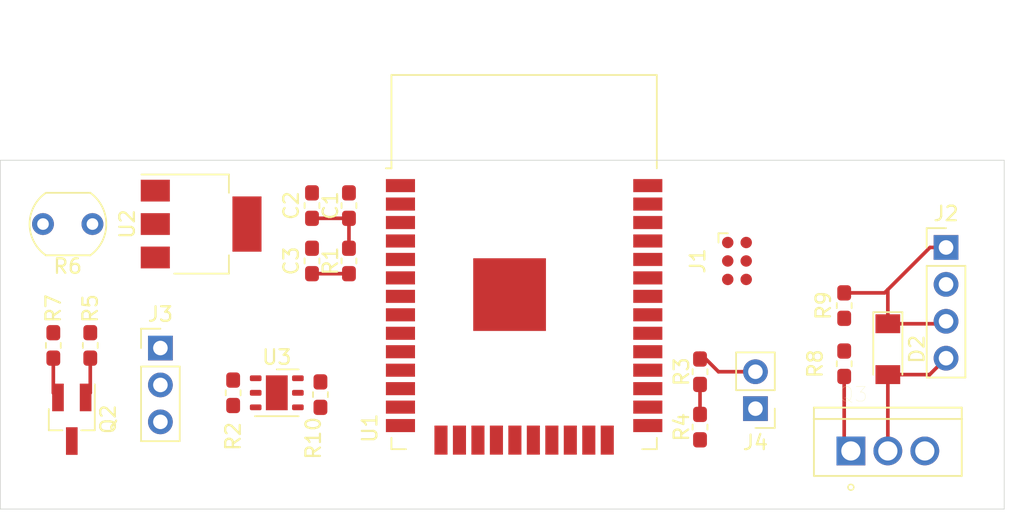
<source format=kicad_pcb>
(kicad_pcb (version 20171130) (host pcbnew "(5.1.5)-3")

  (general
    (thickness 1.6)
    (drawings 4)
    (tracks 24)
    (zones 0)
    (modules 23)
    (nets 45)
  )

  (page A4)
  (layers
    (0 F.Cu signal)
    (31 B.Cu signal)
    (32 B.Adhes user)
    (33 F.Adhes user)
    (34 B.Paste user)
    (35 F.Paste user)
    (36 B.SilkS user)
    (37 F.SilkS user)
    (38 B.Mask user)
    (39 F.Mask user)
    (40 Dwgs.User user)
    (41 Cmts.User user)
    (42 Eco1.User user)
    (43 Eco2.User user)
    (44 Edge.Cuts user)
    (45 Margin user)
    (46 B.CrtYd user)
    (47 F.CrtYd user)
    (48 B.Fab user)
    (49 F.Fab user)
  )

  (setup
    (last_trace_width 0.25)
    (trace_clearance 0.2)
    (zone_clearance 0.508)
    (zone_45_only no)
    (trace_min 0.2)
    (via_size 0.8)
    (via_drill 0.4)
    (via_min_size 0.4)
    (via_min_drill 0.3)
    (uvia_size 0.3)
    (uvia_drill 0.1)
    (uvias_allowed no)
    (uvia_min_size 0.2)
    (uvia_min_drill 0.1)
    (edge_width 0.05)
    (segment_width 0.2)
    (pcb_text_width 0.3)
    (pcb_text_size 1.5 1.5)
    (mod_edge_width 0.12)
    (mod_text_size 1 1)
    (mod_text_width 0.15)
    (pad_size 1.524 1.524)
    (pad_drill 0.762)
    (pad_to_mask_clearance 0.051)
    (solder_mask_min_width 0.25)
    (aux_axis_origin 0 0)
    (visible_elements 7FFFFFFF)
    (pcbplotparams
      (layerselection 0x010fc_ffffffff)
      (usegerberextensions false)
      (usegerberattributes false)
      (usegerberadvancedattributes false)
      (creategerberjobfile false)
      (excludeedgelayer true)
      (linewidth 0.100000)
      (plotframeref false)
      (viasonmask false)
      (mode 1)
      (useauxorigin false)
      (hpglpennumber 1)
      (hpglpenspeed 20)
      (hpglpendiameter 15.000000)
      (psnegative false)
      (psa4output false)
      (plotreference true)
      (plotvalue true)
      (plotinvisibletext false)
      (padsonsilk false)
      (subtractmaskfromsilk false)
      (outputformat 1)
      (mirror false)
      (drillshape 1)
      (scaleselection 1)
      (outputdirectory ""))
  )

  (net 0 "")
  (net 1 GNDREF)
  (net 2 "Net-(U1-Pad37)")
  (net 3 "Net-(U1-Pad32)")
  (net 4 "Net-(U1-Pad31)")
  (net 5 "Net-(U1-Pad30)")
  (net 6 "Net-(U1-Pad29)")
  (net 7 "Net-(U1-Pad28)")
  (net 8 "Net-(U1-Pad27)")
  (net 9 "Net-(U1-Pad26)")
  (net 10 "Net-(U1-Pad24)")
  (net 11 "Net-(U1-Pad23)")
  (net 12 "Net-(U1-Pad22)")
  (net 13 "Net-(U1-Pad21)")
  (net 14 "Net-(U1-Pad20)")
  (net 15 "Net-(U1-Pad19)")
  (net 16 "Net-(U1-Pad18)")
  (net 17 "Net-(U1-Pad17)")
  (net 18 "Net-(U1-Pad16)")
  (net 19 "Net-(U1-Pad14)")
  (net 20 "Net-(U1-Pad13)")
  (net 21 "Net-(U1-Pad11)")
  (net 22 "Net-(U1-Pad10)")
  (net 23 "Net-(U1-Pad5)")
  (net 24 "Net-(U1-Pad4)")
  (net 25 +3V3)
  (net 26 RX0)
  (net 27 TX0)
  (net 28 "Net-(J3-Pad3)")
  (net 29 SOIL_ANALOG)
  (net 30 +BATT)
  (net 31 "Net-(Q2-Pad1)")
  (net 32 BATT_ANALOG)
  (net 33 AMBL_ANALOG)
  (net 34 EN)
  (net 35 IO0)
  (net 36 PUMP-)
  (net 37 PUMP+)
  (net 38 Pump_En)
  (net 39 SENSOR_EN)
  (net 40 "Net-(U3-Pad7)")
  (net 41 SCL)
  (net 42 "Net-(U3-Pad4)")
  (net 43 "Net-(U3-Pad3)")
  (net 44 SDA)

  (net_class Default "This is the default net class."
    (clearance 0.2)
    (trace_width 0.25)
    (via_dia 0.8)
    (via_drill 0.4)
    (uvia_dia 0.3)
    (uvia_drill 0.1)
    (add_net +3V3)
    (add_net +BATT)
    (add_net AMBL_ANALOG)
    (add_net BATT_ANALOG)
    (add_net EN)
    (add_net GNDREF)
    (add_net IO0)
    (add_net "Net-(J3-Pad3)")
    (add_net "Net-(Q2-Pad1)")
    (add_net "Net-(U1-Pad10)")
    (add_net "Net-(U1-Pad11)")
    (add_net "Net-(U1-Pad13)")
    (add_net "Net-(U1-Pad14)")
    (add_net "Net-(U1-Pad16)")
    (add_net "Net-(U1-Pad17)")
    (add_net "Net-(U1-Pad18)")
    (add_net "Net-(U1-Pad19)")
    (add_net "Net-(U1-Pad20)")
    (add_net "Net-(U1-Pad21)")
    (add_net "Net-(U1-Pad22)")
    (add_net "Net-(U1-Pad23)")
    (add_net "Net-(U1-Pad24)")
    (add_net "Net-(U1-Pad26)")
    (add_net "Net-(U1-Pad27)")
    (add_net "Net-(U1-Pad28)")
    (add_net "Net-(U1-Pad29)")
    (add_net "Net-(U1-Pad30)")
    (add_net "Net-(U1-Pad31)")
    (add_net "Net-(U1-Pad32)")
    (add_net "Net-(U1-Pad37)")
    (add_net "Net-(U1-Pad4)")
    (add_net "Net-(U1-Pad5)")
    (add_net "Net-(U3-Pad3)")
    (add_net "Net-(U3-Pad4)")
    (add_net "Net-(U3-Pad7)")
    (add_net PUMP+)
    (add_net PUMP-)
    (add_net Pump_En)
    (add_net RX0)
    (add_net SCL)
    (add_net SDA)
    (add_net SENSOR_EN)
    (add_net SOIL_ANALOG)
    (add_net TX0)
  )

  (module Resistor_SMD:R_0603_1608Metric_Pad1.05x0.95mm_HandSolder (layer F.Cu) (tedit 5B301BBD) (tstamp 5E567AAD)
    (at 59 84.125 90)
    (descr "Resistor SMD 0603 (1608 Metric), square (rectangular) end terminal, IPC_7351 nominal with elongated pad for handsoldering. (Body size source: http://www.tortai-tech.com/upload/download/2011102023233369053.pdf), generated with kicad-footprint-generator")
    (tags "resistor handsolder")
    (path /5E588F91)
    (attr smd)
    (fp_text reference R10 (at -3 -0.49 90) (layer F.SilkS)
      (effects (font (size 1 1) (thickness 0.15)))
    )
    (fp_text value 4.7K (at 0 1.43 90) (layer F.Fab)
      (effects (font (size 1 1) (thickness 0.15)))
    )
    (fp_text user %R (at 0 0 90) (layer F.Fab)
      (effects (font (size 0.4 0.4) (thickness 0.06)))
    )
    (fp_line (start 1.65 0.73) (end -1.65 0.73) (layer F.CrtYd) (width 0.05))
    (fp_line (start 1.65 -0.73) (end 1.65 0.73) (layer F.CrtYd) (width 0.05))
    (fp_line (start -1.65 -0.73) (end 1.65 -0.73) (layer F.CrtYd) (width 0.05))
    (fp_line (start -1.65 0.73) (end -1.65 -0.73) (layer F.CrtYd) (width 0.05))
    (fp_line (start -0.171267 0.51) (end 0.171267 0.51) (layer F.SilkS) (width 0.12))
    (fp_line (start -0.171267 -0.51) (end 0.171267 -0.51) (layer F.SilkS) (width 0.12))
    (fp_line (start 0.8 0.4) (end -0.8 0.4) (layer F.Fab) (width 0.1))
    (fp_line (start 0.8 -0.4) (end 0.8 0.4) (layer F.Fab) (width 0.1))
    (fp_line (start -0.8 -0.4) (end 0.8 -0.4) (layer F.Fab) (width 0.1))
    (fp_line (start -0.8 0.4) (end -0.8 -0.4) (layer F.Fab) (width 0.1))
    (pad 2 smd roundrect (at 0.875 0 90) (size 1.05 0.95) (layers F.Cu F.Paste F.Mask) (roundrect_rratio 0.25)
      (net 41 SCL))
    (pad 1 smd roundrect (at -0.875 0 90) (size 1.05 0.95) (layers F.Cu F.Paste F.Mask) (roundrect_rratio 0.25)
      (net 25 +3V3))
    (model ${KISYS3DMOD}/Resistor_SMD.3dshapes/R_0603_1608Metric.wrl
      (at (xyz 0 0 0))
      (scale (xyz 1 1 1))
      (rotate (xyz 0 0 0))
    )
  )

  (module Resistor_SMD:R_0603_1608Metric_Pad1.05x0.95mm_HandSolder (layer F.Cu) (tedit 5B301BBD) (tstamp 5E56799E)
    (at 53 84 270)
    (descr "Resistor SMD 0603 (1608 Metric), square (rectangular) end terminal, IPC_7351 nominal with elongated pad for handsoldering. (Body size source: http://www.tortai-tech.com/upload/download/2011102023233369053.pdf), generated with kicad-footprint-generator")
    (tags "resistor handsolder")
    (path /5E588096)
    (attr smd)
    (fp_text reference R2 (at 3 0 90) (layer F.SilkS)
      (effects (font (size 1 1) (thickness 0.15)))
    )
    (fp_text value 4.7K (at 0 1.43 90) (layer F.Fab) hide
      (effects (font (size 1 1) (thickness 0.15)))
    )
    (fp_text user %R (at 0 0 90) (layer F.Fab)
      (effects (font (size 0.4 0.4) (thickness 0.06)))
    )
    (fp_line (start 1.65 0.73) (end -1.65 0.73) (layer F.CrtYd) (width 0.05))
    (fp_line (start 1.65 -0.73) (end 1.65 0.73) (layer F.CrtYd) (width 0.05))
    (fp_line (start -1.65 -0.73) (end 1.65 -0.73) (layer F.CrtYd) (width 0.05))
    (fp_line (start -1.65 0.73) (end -1.65 -0.73) (layer F.CrtYd) (width 0.05))
    (fp_line (start -0.171267 0.51) (end 0.171267 0.51) (layer F.SilkS) (width 0.12))
    (fp_line (start -0.171267 -0.51) (end 0.171267 -0.51) (layer F.SilkS) (width 0.12))
    (fp_line (start 0.8 0.4) (end -0.8 0.4) (layer F.Fab) (width 0.1))
    (fp_line (start 0.8 -0.4) (end 0.8 0.4) (layer F.Fab) (width 0.1))
    (fp_line (start -0.8 -0.4) (end 0.8 -0.4) (layer F.Fab) (width 0.1))
    (fp_line (start -0.8 0.4) (end -0.8 -0.4) (layer F.Fab) (width 0.1))
    (pad 2 smd roundrect (at 0.875 0 270) (size 1.05 0.95) (layers F.Cu F.Paste F.Mask) (roundrect_rratio 0.25)
      (net 25 +3V3))
    (pad 1 smd roundrect (at -0.875 0 270) (size 1.05 0.95) (layers F.Cu F.Paste F.Mask) (roundrect_rratio 0.25)
      (net 44 SDA))
    (model ${KISYS3DMOD}/Resistor_SMD.3dshapes/R_0603_1608Metric.wrl
      (at (xyz 0 0 0))
      (scale (xyz 1 1 1))
      (rotate (xyz 0 0 0))
    )
  )

  (module Package_DFN_QFN:DFN-6-1EP_3x3mm_P1mm_EP1.5x2.4mm (layer F.Cu) (tedit 5DC5F54E) (tstamp 5E561B02)
    (at 56 84)
    (descr "DFN, 6 Pin (https://www.silabs.com/documents/public/data-sheets/Si7020-A20.pdf), generated with kicad-footprint-generator ipc_noLead_generator.py")
    (tags "DFN NoLead")
    (path /5E563C10)
    (attr smd)
    (fp_text reference U3 (at 0 -2.45) (layer F.SilkS)
      (effects (font (size 1 1) (thickness 0.15)))
    )
    (fp_text value Si7021-A20 (at 0 2.45) (layer F.Fab)
      (effects (font (size 1 1) (thickness 0.15)))
    )
    (fp_text user %R (at 0 0) (layer F.Fab)
      (effects (font (size 0.75 0.75) (thickness 0.11)))
    )
    (fp_line (start 2.1 -1.75) (end -2.1 -1.75) (layer F.CrtYd) (width 0.05))
    (fp_line (start 2.1 1.75) (end 2.1 -1.75) (layer F.CrtYd) (width 0.05))
    (fp_line (start -2.1 1.75) (end 2.1 1.75) (layer F.CrtYd) (width 0.05))
    (fp_line (start -2.1 -1.75) (end -2.1 1.75) (layer F.CrtYd) (width 0.05))
    (fp_line (start -1.5 -0.75) (end -0.75 -1.5) (layer F.Fab) (width 0.1))
    (fp_line (start -1.5 1.5) (end -1.5 -0.75) (layer F.Fab) (width 0.1))
    (fp_line (start 1.5 1.5) (end -1.5 1.5) (layer F.Fab) (width 0.1))
    (fp_line (start 1.5 -1.5) (end 1.5 1.5) (layer F.Fab) (width 0.1))
    (fp_line (start -0.75 -1.5) (end 1.5 -1.5) (layer F.Fab) (width 0.1))
    (fp_line (start -1.5 1.61) (end 1.5 1.61) (layer F.SilkS) (width 0.12))
    (fp_line (start 0 -1.61) (end 1.5 -1.61) (layer F.SilkS) (width 0.12))
    (pad "" smd roundrect (at 0.375 0.6) (size 0.6 0.97) (layers F.Paste) (roundrect_rratio 0.25))
    (pad "" smd roundrect (at 0.375 -0.6) (size 0.6 0.97) (layers F.Paste) (roundrect_rratio 0.25))
    (pad "" smd roundrect (at -0.375 0.6) (size 0.6 0.97) (layers F.Paste) (roundrect_rratio 0.25))
    (pad "" smd roundrect (at -0.375 -0.6) (size 0.6 0.97) (layers F.Paste) (roundrect_rratio 0.25))
    (pad 7 smd rect (at 0 0) (size 1.5 2.4) (layers F.Cu F.Mask)
      (net 40 "Net-(U3-Pad7)"))
    (pad 6 smd roundrect (at 1.45 -1) (size 0.8 0.4) (layers F.Cu F.Paste F.Mask) (roundrect_rratio 0.25)
      (net 41 SCL))
    (pad 5 smd roundrect (at 1.45 0) (size 0.8 0.4) (layers F.Cu F.Paste F.Mask) (roundrect_rratio 0.25)
      (net 25 +3V3))
    (pad 4 smd roundrect (at 1.45 1) (size 0.8 0.4) (layers F.Cu F.Paste F.Mask) (roundrect_rratio 0.25)
      (net 42 "Net-(U3-Pad4)"))
    (pad 3 smd roundrect (at -1.45 1) (size 0.8 0.4) (layers F.Cu F.Paste F.Mask) (roundrect_rratio 0.25)
      (net 43 "Net-(U3-Pad3)"))
    (pad 2 smd roundrect (at -1.45 0) (size 0.8 0.4) (layers F.Cu F.Paste F.Mask) (roundrect_rratio 0.25)
      (net 1 GNDREF))
    (pad 1 smd roundrect (at -1.45 -1) (size 0.8 0.4) (layers F.Cu F.Paste F.Mask) (roundrect_rratio 0.25)
      (net 44 SDA))
    (model ${KISYS3DMOD}/Package_DFN_QFN.3dshapes/DFN-6-1EP_3x3mm_P1mm_EP1.5x2.4mm.wrl
      (at (xyz 0 0 0))
      (scale (xyz 1 1 1))
      (rotate (xyz 0 0 0))
    )
  )

  (module Diode_SMD:D_MiniMELF (layer F.Cu) (tedit 5905D8F5) (tstamp 5E56B4A3)
    (at 98 81 270)
    (descr "Diode Mini-MELF")
    (tags "Diode Mini-MELF")
    (path /5E61A832)
    (attr smd)
    (fp_text reference D2 (at 0 -2 90) (layer F.SilkS)
      (effects (font (size 1 1) (thickness 0.15)))
    )
    (fp_text value LL4148 (at 0 1.75 90) (layer F.Fab)
      (effects (font (size 1 1) (thickness 0.15)))
    )
    (fp_line (start -2.65 1.1) (end -2.65 -1.1) (layer F.CrtYd) (width 0.05))
    (fp_line (start 2.65 1.1) (end -2.65 1.1) (layer F.CrtYd) (width 0.05))
    (fp_line (start 2.65 -1.1) (end 2.65 1.1) (layer F.CrtYd) (width 0.05))
    (fp_line (start -2.65 -1.1) (end 2.65 -1.1) (layer F.CrtYd) (width 0.05))
    (fp_line (start -0.75 0) (end -0.35 0) (layer F.Fab) (width 0.1))
    (fp_line (start -0.35 0) (end -0.35 -0.55) (layer F.Fab) (width 0.1))
    (fp_line (start -0.35 0) (end -0.35 0.55) (layer F.Fab) (width 0.1))
    (fp_line (start -0.35 0) (end 0.25 -0.4) (layer F.Fab) (width 0.1))
    (fp_line (start 0.25 -0.4) (end 0.25 0.4) (layer F.Fab) (width 0.1))
    (fp_line (start 0.25 0.4) (end -0.35 0) (layer F.Fab) (width 0.1))
    (fp_line (start 0.25 0) (end 0.75 0) (layer F.Fab) (width 0.1))
    (fp_line (start -1.65 -0.8) (end 1.65 -0.8) (layer F.Fab) (width 0.1))
    (fp_line (start -1.65 0.8) (end -1.65 -0.8) (layer F.Fab) (width 0.1))
    (fp_line (start 1.65 0.8) (end -1.65 0.8) (layer F.Fab) (width 0.1))
    (fp_line (start 1.65 -0.8) (end 1.65 0.8) (layer F.Fab) (width 0.1))
    (fp_line (start -2.55 1) (end 1.75 1) (layer F.SilkS) (width 0.12))
    (fp_line (start -2.55 -1) (end -2.55 1) (layer F.SilkS) (width 0.12))
    (fp_line (start 1.75 -1) (end -2.55 -1) (layer F.SilkS) (width 0.12))
    (fp_text user %R (at 0 -2 90) (layer F.Fab)
      (effects (font (size 1 1) (thickness 0.15)))
    )
    (pad 2 smd rect (at 1.75 0 270) (size 1.3 1.7) (layers F.Cu F.Paste F.Mask)
      (net 36 PUMP-))
    (pad 1 smd rect (at -1.75 0 270) (size 1.3 1.7) (layers F.Cu F.Paste F.Mask)
      (net 37 PUMP+))
    (model ${KISYS3DMOD}/Diode_SMD.3dshapes/D_MiniMELF.wrl
      (at (xyz 0 0 0))
      (scale (xyz 1 1 1))
      (rotate (xyz 0 0 0))
    )
  )

  (module RFP30N06LE:TRANS_RFP30N06LE (layer F.Cu) (tedit 5E55F638) (tstamp 5E56ACC4)
    (at 98 88)
    (path /5E587B96)
    (fp_text reference Q3 (at -2.368715 -3.891095) (layer F.SilkS)
      (effects (font (size 1.001567 1.001567) (thickness 0.015)))
    )
    (fp_text value "Pump Driver" (at 4.82784 3.67093) (layer F.Fab)
      (effects (font (size 1.001622 1.001622) (thickness 0.015)))
    )
    (fp_line (start -5.1 -2.2) (end 5.1 -2.2) (layer F.SilkS) (width 0.127))
    (fp_circle (center -2.54 2.5) (end -2.34 2.5) (layer F.SilkS) (width 0.1))
    (fp_line (start -5.29 2) (end -5.29 -3.23) (layer F.CrtYd) (width 0.05))
    (fp_line (start 5.46 2) (end -5.29 2) (layer F.CrtYd) (width 0.05))
    (fp_line (start 5.46 -3.23) (end 5.46 2) (layer F.CrtYd) (width 0.05))
    (fp_line (start -5.29 -3.23) (end 5.46 -3.23) (layer F.CrtYd) (width 0.05))
    (fp_line (start -5.08 -2.98) (end -5.08 1.72) (layer F.SilkS) (width 0.127))
    (fp_line (start 5.08 -2.98) (end -5.08 -2.98) (layer F.SilkS) (width 0.127))
    (fp_line (start 5.08 1.72) (end 5.08 -2.98) (layer F.SilkS) (width 0.127))
    (fp_line (start -5.08 1.72) (end 5.08 1.72) (layer F.SilkS) (width 0.127))
    (pad 3 thru_hole circle (at 2.54 0) (size 1.98 1.98) (drill 1.32) (layers *.Cu *.Mask)
      (net 1 GNDREF))
    (pad 2 thru_hole circle (at 0 0) (size 1.98 1.98) (drill 1.32) (layers *.Cu *.Mask)
      (net 36 PUMP-))
    (pad 1 thru_hole rect (at -2.54 0) (size 1.98 1.98) (drill 1.32) (layers *.Cu *.Mask)
      (net 38 Pump_En))
  )

  (module Resistor_SMD:R_0603_1608Metric_Pad1.05x0.95mm_HandSolder (layer F.Cu) (tedit 5B301BBD) (tstamp 5E56504B)
    (at 95 78 90)
    (descr "Resistor SMD 0603 (1608 Metric), square (rectangular) end terminal, IPC_7351 nominal with elongated pad for handsoldering. (Body size source: http://www.tortai-tech.com/upload/download/2011102023233369053.pdf), generated with kicad-footprint-generator")
    (tags "resistor handsolder")
    (path /5E607B1B)
    (attr smd)
    (fp_text reference R9 (at 0 -1.43 90) (layer F.SilkS)
      (effects (font (size 1 1) (thickness 0.15)))
    )
    (fp_text value 0 (at 0 1.43 90) (layer F.Fab) hide
      (effects (font (size 1 1) (thickness 0.15)))
    )
    (fp_line (start -0.8 0.4) (end -0.8 -0.4) (layer F.Fab) (width 0.1))
    (fp_line (start -0.8 -0.4) (end 0.8 -0.4) (layer F.Fab) (width 0.1))
    (fp_line (start 0.8 -0.4) (end 0.8 0.4) (layer F.Fab) (width 0.1))
    (fp_line (start 0.8 0.4) (end -0.8 0.4) (layer F.Fab) (width 0.1))
    (fp_line (start -0.171267 -0.51) (end 0.171267 -0.51) (layer F.SilkS) (width 0.12))
    (fp_line (start -0.171267 0.51) (end 0.171267 0.51) (layer F.SilkS) (width 0.12))
    (fp_line (start -1.65 0.73) (end -1.65 -0.73) (layer F.CrtYd) (width 0.05))
    (fp_line (start -1.65 -0.73) (end 1.65 -0.73) (layer F.CrtYd) (width 0.05))
    (fp_line (start 1.65 -0.73) (end 1.65 0.73) (layer F.CrtYd) (width 0.05))
    (fp_line (start 1.65 0.73) (end -1.65 0.73) (layer F.CrtYd) (width 0.05))
    (fp_text user %R (at 0 0 90) (layer F.Fab)
      (effects (font (size 0.4 0.4) (thickness 0.06)))
    )
    (pad 1 smd roundrect (at -0.875 0 90) (size 1.05 0.95) (layers F.Cu F.Paste F.Mask) (roundrect_rratio 0.25)
      (net 30 +BATT))
    (pad 2 smd roundrect (at 0.875 0 90) (size 1.05 0.95) (layers F.Cu F.Paste F.Mask) (roundrect_rratio 0.25)
      (net 37 PUMP+))
    (model ${KISYS3DMOD}/Resistor_SMD.3dshapes/R_0603_1608Metric.wrl
      (at (xyz 0 0 0))
      (scale (xyz 1 1 1))
      (rotate (xyz 0 0 0))
    )
  )

  (module Resistor_SMD:R_0603_1608Metric_Pad1.05x0.95mm_HandSolder (layer F.Cu) (tedit 5B301BBD) (tstamp 5E56503A)
    (at 95 82 270)
    (descr "Resistor SMD 0603 (1608 Metric), square (rectangular) end terminal, IPC_7351 nominal with elongated pad for handsoldering. (Body size source: http://www.tortai-tech.com/upload/download/2011102023233369053.pdf), generated with kicad-footprint-generator")
    (tags "resistor handsolder")
    (path /5E5A5262)
    (attr smd)
    (fp_text reference R8 (at 0 2 90) (layer F.SilkS)
      (effects (font (size 1 1) (thickness 0.15)))
    )
    (fp_text value 1K (at 0 1.43 90) (layer F.Fab) hide
      (effects (font (size 1 1) (thickness 0.15)))
    )
    (fp_line (start -0.8 0.4) (end -0.8 -0.4) (layer F.Fab) (width 0.1))
    (fp_line (start -0.8 -0.4) (end 0.8 -0.4) (layer F.Fab) (width 0.1))
    (fp_line (start 0.8 -0.4) (end 0.8 0.4) (layer F.Fab) (width 0.1))
    (fp_line (start 0.8 0.4) (end -0.8 0.4) (layer F.Fab) (width 0.1))
    (fp_line (start -0.171267 -0.51) (end 0.171267 -0.51) (layer F.SilkS) (width 0.12))
    (fp_line (start -0.171267 0.51) (end 0.171267 0.51) (layer F.SilkS) (width 0.12))
    (fp_line (start -1.65 0.73) (end -1.65 -0.73) (layer F.CrtYd) (width 0.05))
    (fp_line (start -1.65 -0.73) (end 1.65 -0.73) (layer F.CrtYd) (width 0.05))
    (fp_line (start 1.65 -0.73) (end 1.65 0.73) (layer F.CrtYd) (width 0.05))
    (fp_line (start 1.65 0.73) (end -1.65 0.73) (layer F.CrtYd) (width 0.05))
    (fp_text user %R (at 0 0 90) (layer F.Fab)
      (effects (font (size 0.4 0.4) (thickness 0.06)))
    )
    (pad 1 smd roundrect (at -0.875 0 270) (size 1.05 0.95) (layers F.Cu F.Paste F.Mask) (roundrect_rratio 0.25)
      (net 1 GNDREF))
    (pad 2 smd roundrect (at 0.875 0 270) (size 1.05 0.95) (layers F.Cu F.Paste F.Mask) (roundrect_rratio 0.25)
      (net 38 Pump_En))
    (model ${KISYS3DMOD}/Resistor_SMD.3dshapes/R_0603_1608Metric.wrl
      (at (xyz 0 0 0))
      (scale (xyz 1 1 1))
      (rotate (xyz 0 0 0))
    )
  )

  (module Connector_PinHeader_2.54mm:PinHeader_1x04_P2.54mm_Vertical (layer F.Cu) (tedit 59FED5CC) (tstamp 5E564E85)
    (at 102 74)
    (descr "Through hole straight pin header, 1x04, 2.54mm pitch, single row")
    (tags "Through hole pin header THT 1x04 2.54mm single row")
    (path /5E5B5999)
    (fp_text reference J2 (at 0 -2.33) (layer F.SilkS)
      (effects (font (size 1 1) (thickness 0.15)))
    )
    (fp_text value PUMP (at 0 9.95) (layer F.Fab)
      (effects (font (size 1 1) (thickness 0.15)))
    )
    (fp_text user %R (at 0 3.81 90) (layer F.Fab)
      (effects (font (size 1 1) (thickness 0.15)))
    )
    (fp_line (start 1.8 -1.8) (end -1.8 -1.8) (layer F.CrtYd) (width 0.05))
    (fp_line (start 1.8 9.4) (end 1.8 -1.8) (layer F.CrtYd) (width 0.05))
    (fp_line (start -1.8 9.4) (end 1.8 9.4) (layer F.CrtYd) (width 0.05))
    (fp_line (start -1.8 -1.8) (end -1.8 9.4) (layer F.CrtYd) (width 0.05))
    (fp_line (start -1.33 -1.33) (end 0 -1.33) (layer F.SilkS) (width 0.12))
    (fp_line (start -1.33 0) (end -1.33 -1.33) (layer F.SilkS) (width 0.12))
    (fp_line (start -1.33 1.27) (end 1.33 1.27) (layer F.SilkS) (width 0.12))
    (fp_line (start 1.33 1.27) (end 1.33 8.95) (layer F.SilkS) (width 0.12))
    (fp_line (start -1.33 1.27) (end -1.33 8.95) (layer F.SilkS) (width 0.12))
    (fp_line (start -1.33 8.95) (end 1.33 8.95) (layer F.SilkS) (width 0.12))
    (fp_line (start -1.27 -0.635) (end -0.635 -1.27) (layer F.Fab) (width 0.1))
    (fp_line (start -1.27 8.89) (end -1.27 -0.635) (layer F.Fab) (width 0.1))
    (fp_line (start 1.27 8.89) (end -1.27 8.89) (layer F.Fab) (width 0.1))
    (fp_line (start 1.27 -1.27) (end 1.27 8.89) (layer F.Fab) (width 0.1))
    (fp_line (start -0.635 -1.27) (end 1.27 -1.27) (layer F.Fab) (width 0.1))
    (pad 4 thru_hole oval (at 0 7.62) (size 1.7 1.7) (drill 1) (layers *.Cu *.Mask)
      (net 36 PUMP-))
    (pad 3 thru_hole oval (at 0 5.08) (size 1.7 1.7) (drill 1) (layers *.Cu *.Mask)
      (net 37 PUMP+))
    (pad 2 thru_hole oval (at 0 2.54) (size 1.7 1.7) (drill 1) (layers *.Cu *.Mask)
      (net 1 GNDREF))
    (pad 1 thru_hole rect (at 0 0) (size 1.7 1.7) (drill 1) (layers *.Cu *.Mask)
      (net 37 PUMP+))
    (model ${KISYS3DMOD}/Connector_PinHeader_2.54mm.3dshapes/PinHeader_1x04_P2.54mm_Vertical.wrl
      (at (xyz 0 0 0))
      (scale (xyz 1 1 1))
      (rotate (xyz 0 0 0))
    )
  )

  (module Package_TO_SOT_SMD:SOT-223-3_TabPin2 (layer F.Cu) (tedit 5A02FF57) (tstamp 5E55EF3A)
    (at 50.8 72.39)
    (descr "module CMS SOT223 4 pins")
    (tags "CMS SOT")
    (path /5E57EF7B)
    (attr smd)
    (fp_text reference U2 (at -5.08 0 90) (layer F.SilkS)
      (effects (font (size 1 1) (thickness 0.15)))
    )
    (fp_text value LD1117S33TR_SOT223 (at 0 4.5) (layer F.Fab)
      (effects (font (size 1 1) (thickness 0.15)))
    )
    (fp_line (start 1.85 -3.35) (end 1.85 3.35) (layer F.Fab) (width 0.1))
    (fp_line (start -1.85 3.35) (end 1.85 3.35) (layer F.Fab) (width 0.1))
    (fp_line (start -4.1 -3.41) (end 1.91 -3.41) (layer F.SilkS) (width 0.12))
    (fp_line (start -0.85 -3.35) (end 1.85 -3.35) (layer F.Fab) (width 0.1))
    (fp_line (start -1.85 3.41) (end 1.91 3.41) (layer F.SilkS) (width 0.12))
    (fp_line (start -1.85 -2.35) (end -1.85 3.35) (layer F.Fab) (width 0.1))
    (fp_line (start -1.85 -2.35) (end -0.85 -3.35) (layer F.Fab) (width 0.1))
    (fp_line (start -4.4 -3.6) (end -4.4 3.6) (layer F.CrtYd) (width 0.05))
    (fp_line (start -4.4 3.6) (end 4.4 3.6) (layer F.CrtYd) (width 0.05))
    (fp_line (start 4.4 3.6) (end 4.4 -3.6) (layer F.CrtYd) (width 0.05))
    (fp_line (start 4.4 -3.6) (end -4.4 -3.6) (layer F.CrtYd) (width 0.05))
    (fp_line (start 1.91 -3.41) (end 1.91 -2.15) (layer F.SilkS) (width 0.12))
    (fp_line (start 1.91 3.41) (end 1.91 2.15) (layer F.SilkS) (width 0.12))
    (fp_text user %R (at 0 0 90) (layer F.Fab)
      (effects (font (size 0.8 0.8) (thickness 0.12)))
    )
    (pad 1 smd rect (at -3.15 -2.3) (size 2 1.5) (layers F.Cu F.Paste F.Mask)
      (net 1 GNDREF))
    (pad 3 smd rect (at -3.15 2.3) (size 2 1.5) (layers F.Cu F.Paste F.Mask)
      (net 30 +BATT))
    (pad 2 smd rect (at -3.15 0) (size 2 1.5) (layers F.Cu F.Paste F.Mask)
      (net 25 +3V3))
    (pad 2 smd rect (at 3.15 0) (size 2 3.8) (layers F.Cu F.Paste F.Mask)
      (net 25 +3V3))
    (model ${KISYS3DMOD}/Package_TO_SOT_SMD.3dshapes/SOT-223.wrl
      (at (xyz 0 0 0))
      (scale (xyz 1 1 1))
      (rotate (xyz 0 0 0))
    )
  )

  (module Resistor_SMD:R_0603_1608Metric_Pad1.05x0.95mm_HandSolder (layer F.Cu) (tedit 5B301BBD) (tstamp 5E555E94)
    (at 40.64 80.74 270)
    (descr "Resistor SMD 0603 (1608 Metric), square (rectangular) end terminal, IPC_7351 nominal with elongated pad for handsoldering. (Body size source: http://www.tortai-tech.com/upload/download/2011102023233369053.pdf), generated with kicad-footprint-generator")
    (tags "resistor handsolder")
    (path /5E59F0C1)
    (attr smd)
    (fp_text reference R7 (at -2.54 0 90) (layer F.SilkS)
      (effects (font (size 1 1) (thickness 0.15)))
    )
    (fp_text value 100K (at 0 1.43 90) (layer F.Fab) hide
      (effects (font (size 1 1) (thickness 0.15)))
    )
    (fp_text user %R (at 0 0 90) (layer F.Fab)
      (effects (font (size 0.4 0.4) (thickness 0.06)))
    )
    (fp_line (start 1.65 0.73) (end -1.65 0.73) (layer F.CrtYd) (width 0.05))
    (fp_line (start 1.65 -0.73) (end 1.65 0.73) (layer F.CrtYd) (width 0.05))
    (fp_line (start -1.65 -0.73) (end 1.65 -0.73) (layer F.CrtYd) (width 0.05))
    (fp_line (start -1.65 0.73) (end -1.65 -0.73) (layer F.CrtYd) (width 0.05))
    (fp_line (start -0.171267 0.51) (end 0.171267 0.51) (layer F.SilkS) (width 0.12))
    (fp_line (start -0.171267 -0.51) (end 0.171267 -0.51) (layer F.SilkS) (width 0.12))
    (fp_line (start 0.8 0.4) (end -0.8 0.4) (layer F.Fab) (width 0.1))
    (fp_line (start 0.8 -0.4) (end 0.8 0.4) (layer F.Fab) (width 0.1))
    (fp_line (start -0.8 -0.4) (end 0.8 -0.4) (layer F.Fab) (width 0.1))
    (fp_line (start -0.8 0.4) (end -0.8 -0.4) (layer F.Fab) (width 0.1))
    (pad 2 smd roundrect (at 0.875 0 270) (size 1.05 0.95) (layers F.Cu F.Paste F.Mask) (roundrect_rratio 0.25)
      (net 28 "Net-(J3-Pad3)"))
    (pad 1 smd roundrect (at -0.875 0 270) (size 1.05 0.95) (layers F.Cu F.Paste F.Mask) (roundrect_rratio 0.25)
      (net 33 AMBL_ANALOG))
    (model ${KISYS3DMOD}/Resistor_SMD.3dshapes/R_0603_1608Metric.wrl
      (at (xyz 0 0 0))
      (scale (xyz 1 1 1))
      (rotate (xyz 0 0 0))
    )
  )

  (module OptoDevice:R_LDR_5.1x4.3mm_P3.4mm_Vertical (layer F.Cu) (tedit 5B8603DB) (tstamp 5E555720)
    (at 43.33 72.39 180)
    (descr "Resistor, LDR 5.1x3.4mm, see http://yourduino.com/docs/Photoresistor-5516-datasheet.pdf")
    (tags "Resistor LDR5.1x3.4mm")
    (path /5E59E542)
    (fp_text reference R6 (at 1.7 -2.9) (layer F.SilkS)
      (effects (font (size 1 1) (thickness 0.15)))
    )
    (fp_text value R_PHOTO (at 1.5 3) (layer F.Fab)
      (effects (font (size 1 1) (thickness 0.15)))
    )
    (fp_arc (start 1.7 0) (end 0.2 2.1) (angle 109) (layer F.Fab) (width 0.1))
    (fp_arc (start 1.7 0) (end 3.2 -2.1) (angle 109) (layer F.Fab) (width 0.1))
    (fp_arc (start 1.7 0) (end 3.2 -2.15) (angle 109) (layer F.SilkS) (width 0.12))
    (fp_arc (start 1.7 0) (end 0.15 2.15) (angle 109) (layer F.SilkS) (width 0.12))
    (fp_line (start 4.53 2.35) (end -1.13 2.35) (layer F.CrtYd) (width 0.05))
    (fp_line (start 4.53 2.35) (end 4.53 -2.35) (layer F.CrtYd) (width 0.05))
    (fp_line (start -1.13 -2.35) (end -1.13 2.35) (layer F.CrtYd) (width 0.05))
    (fp_line (start -1.13 -2.35) (end 4.53 -2.35) (layer F.CrtYd) (width 0.05))
    (fp_line (start 0.2 -2.1) (end 3.2 -2.1) (layer F.Fab) (width 0.1))
    (fp_line (start 3.2 2.1) (end 0.2 2.1) (layer F.Fab) (width 0.1))
    (fp_line (start 0.8 1.8) (end 2.6 1.8) (layer F.Fab) (width 0.1))
    (fp_line (start 0.8 1.2) (end 0.8 1.8) (layer F.Fab) (width 0.1))
    (fp_line (start 2.6 1.2) (end 0.8 1.2) (layer F.Fab) (width 0.1))
    (fp_line (start 2.6 0.6) (end 2.6 1.2) (layer F.Fab) (width 0.1))
    (fp_line (start 1 0) (end 1 0.6) (layer F.Fab) (width 0.1))
    (fp_line (start 0.8 -1.2) (end 0.8 -0.6) (layer F.Fab) (width 0.1))
    (fp_line (start 2.6 -1.2) (end 0.8 -1.2) (layer F.Fab) (width 0.1))
    (fp_line (start 2.6 -1.8) (end 2.6 -1.2) (layer F.Fab) (width 0.1))
    (fp_line (start 0.8 -1.8) (end 2.6 -1.8) (layer F.Fab) (width 0.1))
    (fp_line (start 2.6 0.6) (end 1 0.6) (layer F.Fab) (width 0.1))
    (fp_line (start 2.3 -0.6) (end 0.8 -0.6) (layer F.Fab) (width 0.1))
    (fp_line (start 2.3 0) (end 2.3 -0.6) (layer F.Fab) (width 0.1))
    (fp_line (start 1 0) (end 2.3 0) (layer F.Fab) (width 0.1))
    (fp_line (start 0.15 -2.15) (end 3.2 -2.15) (layer F.SilkS) (width 0.12))
    (fp_line (start 0.15 2.15) (end 3.2 2.15) (layer F.SilkS) (width 0.12))
    (fp_text user %R (at 1.7 -2.9) (layer F.Fab) hide
      (effects (font (size 1 1) (thickness 0.15)))
    )
    (pad 2 thru_hole circle (at 3.4 0 180) (size 1.5 1.5) (drill 0.8) (layers *.Cu *.Mask)
      (net 33 AMBL_ANALOG))
    (pad 1 thru_hole circle (at 0 0 180) (size 1.5 1.5) (drill 0.8) (layers *.Cu *.Mask)
      (net 25 +3V3))
    (model ${KISYS3DMOD}/OptoDevice.3dshapes/R_LDR_5.1x4.3mm_P3.4mm_Vertical.wrl
      (at (xyz 0 0 0))
      (scale (xyz 1 1 1))
      (rotate (xyz 0 0 0))
    )
  )

  (module Resistor_SMD:R_0603_1608Metric_Pad1.05x0.95mm_HandSolder (layer F.Cu) (tedit 5B301BBD) (tstamp 5E555700)
    (at 43.18 80.74 90)
    (descr "Resistor SMD 0603 (1608 Metric), square (rectangular) end terminal, IPC_7351 nominal with elongated pad for handsoldering. (Body size source: http://www.tortai-tech.com/upload/download/2011102023233369053.pdf), generated with kicad-footprint-generator")
    (tags "resistor handsolder")
    (path /5E5A48AA)
    (attr smd)
    (fp_text reference R5 (at 2.54 0 90) (layer F.SilkS)
      (effects (font (size 1 1) (thickness 0.15)))
    )
    (fp_text value 1K (at 0 1.43 90) (layer F.Fab) hide
      (effects (font (size 1 1) (thickness 0.15)))
    )
    (fp_text user %R (at 0 0 90) (layer F.Fab)
      (effects (font (size 0.4 0.4) (thickness 0.06)))
    )
    (fp_line (start 1.65 0.73) (end -1.65 0.73) (layer F.CrtYd) (width 0.05))
    (fp_line (start 1.65 -0.73) (end 1.65 0.73) (layer F.CrtYd) (width 0.05))
    (fp_line (start -1.65 -0.73) (end 1.65 -0.73) (layer F.CrtYd) (width 0.05))
    (fp_line (start -1.65 0.73) (end -1.65 -0.73) (layer F.CrtYd) (width 0.05))
    (fp_line (start -0.171267 0.51) (end 0.171267 0.51) (layer F.SilkS) (width 0.12))
    (fp_line (start -0.171267 -0.51) (end 0.171267 -0.51) (layer F.SilkS) (width 0.12))
    (fp_line (start 0.8 0.4) (end -0.8 0.4) (layer F.Fab) (width 0.1))
    (fp_line (start 0.8 -0.4) (end 0.8 0.4) (layer F.Fab) (width 0.1))
    (fp_line (start -0.8 -0.4) (end 0.8 -0.4) (layer F.Fab) (width 0.1))
    (fp_line (start -0.8 0.4) (end -0.8 -0.4) (layer F.Fab) (width 0.1))
    (pad 2 smd roundrect (at 0.875 0 90) (size 1.05 0.95) (layers F.Cu F.Paste F.Mask) (roundrect_rratio 0.25)
      (net 39 SENSOR_EN))
    (pad 1 smd roundrect (at -0.875 0 90) (size 1.05 0.95) (layers F.Cu F.Paste F.Mask) (roundrect_rratio 0.25)
      (net 31 "Net-(Q2-Pad1)"))
    (model ${KISYS3DMOD}/Resistor_SMD.3dshapes/R_0603_1608Metric.wrl
      (at (xyz 0 0 0))
      (scale (xyz 1 1 1))
      (rotate (xyz 0 0 0))
    )
  )

  (module Resistor_SMD:R_0603_1608Metric_Pad1.05x0.95mm_HandSolder (layer F.Cu) (tedit 5B301BBD) (tstamp 5E5556EF)
    (at 85.09 86.36 270)
    (descr "Resistor SMD 0603 (1608 Metric), square (rectangular) end terminal, IPC_7351 nominal with elongated pad for handsoldering. (Body size source: http://www.tortai-tech.com/upload/download/2011102023233369053.pdf), generated with kicad-footprint-generator")
    (tags "resistor handsolder")
    (path /5E5B17BF)
    (attr smd)
    (fp_text reference R4 (at 0 1.27 90) (layer F.SilkS)
      (effects (font (size 1 1) (thickness 0.15)))
    )
    (fp_text value R (at 0 1.43 90) (layer F.Fab) hide
      (effects (font (size 1 1) (thickness 0.15)))
    )
    (fp_text user %R (at 0 0 90) (layer F.Fab)
      (effects (font (size 0.4 0.4) (thickness 0.06)))
    )
    (fp_line (start 1.65 0.73) (end -1.65 0.73) (layer F.CrtYd) (width 0.05))
    (fp_line (start 1.65 -0.73) (end 1.65 0.73) (layer F.CrtYd) (width 0.05))
    (fp_line (start -1.65 -0.73) (end 1.65 -0.73) (layer F.CrtYd) (width 0.05))
    (fp_line (start -1.65 0.73) (end -1.65 -0.73) (layer F.CrtYd) (width 0.05))
    (fp_line (start -0.171267 0.51) (end 0.171267 0.51) (layer F.SilkS) (width 0.12))
    (fp_line (start -0.171267 -0.51) (end 0.171267 -0.51) (layer F.SilkS) (width 0.12))
    (fp_line (start 0.8 0.4) (end -0.8 0.4) (layer F.Fab) (width 0.1))
    (fp_line (start 0.8 -0.4) (end 0.8 0.4) (layer F.Fab) (width 0.1))
    (fp_line (start -0.8 -0.4) (end 0.8 -0.4) (layer F.Fab) (width 0.1))
    (fp_line (start -0.8 0.4) (end -0.8 -0.4) (layer F.Fab) (width 0.1))
    (pad 2 smd roundrect (at 0.875 0 270) (size 1.05 0.95) (layers F.Cu F.Paste F.Mask) (roundrect_rratio 0.25)
      (net 1 GNDREF))
    (pad 1 smd roundrect (at -0.875 0 270) (size 1.05 0.95) (layers F.Cu F.Paste F.Mask) (roundrect_rratio 0.25)
      (net 32 BATT_ANALOG))
    (model ${KISYS3DMOD}/Resistor_SMD.3dshapes/R_0603_1608Metric.wrl
      (at (xyz 0 0 0))
      (scale (xyz 1 1 1))
      (rotate (xyz 0 0 0))
    )
  )

  (module Resistor_SMD:R_0603_1608Metric_Pad1.05x0.95mm_HandSolder (layer F.Cu) (tedit 5B301BBD) (tstamp 5E5556DE)
    (at 85.09 82.55 270)
    (descr "Resistor SMD 0603 (1608 Metric), square (rectangular) end terminal, IPC_7351 nominal with elongated pad for handsoldering. (Body size source: http://www.tortai-tech.com/upload/download/2011102023233369053.pdf), generated with kicad-footprint-generator")
    (tags "resistor handsolder")
    (path /5E5B0B15)
    (attr smd)
    (fp_text reference R3 (at 0 1.27 90) (layer F.SilkS)
      (effects (font (size 1 1) (thickness 0.15)))
    )
    (fp_text value R (at 0 1.43 90) (layer F.Fab) hide
      (effects (font (size 1 1) (thickness 0.15)))
    )
    (fp_text user %R (at 0 0 90) (layer F.Fab)
      (effects (font (size 0.4 0.4) (thickness 0.06)))
    )
    (fp_line (start 1.65 0.73) (end -1.65 0.73) (layer F.CrtYd) (width 0.05))
    (fp_line (start 1.65 -0.73) (end 1.65 0.73) (layer F.CrtYd) (width 0.05))
    (fp_line (start -1.65 -0.73) (end 1.65 -0.73) (layer F.CrtYd) (width 0.05))
    (fp_line (start -1.65 0.73) (end -1.65 -0.73) (layer F.CrtYd) (width 0.05))
    (fp_line (start -0.171267 0.51) (end 0.171267 0.51) (layer F.SilkS) (width 0.12))
    (fp_line (start -0.171267 -0.51) (end 0.171267 -0.51) (layer F.SilkS) (width 0.12))
    (fp_line (start 0.8 0.4) (end -0.8 0.4) (layer F.Fab) (width 0.1))
    (fp_line (start 0.8 -0.4) (end 0.8 0.4) (layer F.Fab) (width 0.1))
    (fp_line (start -0.8 -0.4) (end 0.8 -0.4) (layer F.Fab) (width 0.1))
    (fp_line (start -0.8 0.4) (end -0.8 -0.4) (layer F.Fab) (width 0.1))
    (pad 2 smd roundrect (at 0.875 0 270) (size 1.05 0.95) (layers F.Cu F.Paste F.Mask) (roundrect_rratio 0.25)
      (net 32 BATT_ANALOG))
    (pad 1 smd roundrect (at -0.875 0 270) (size 1.05 0.95) (layers F.Cu F.Paste F.Mask) (roundrect_rratio 0.25)
      (net 30 +BATT))
    (model ${KISYS3DMOD}/Resistor_SMD.3dshapes/R_0603_1608Metric.wrl
      (at (xyz 0 0 0))
      (scale (xyz 1 1 1))
      (rotate (xyz 0 0 0))
    )
  )

  (module Package_TO_SOT_SMD:SOT-23_Handsoldering (layer F.Cu) (tedit 5A0AB76C) (tstamp 5E55568D)
    (at 41.91 85.82 270)
    (descr "SOT-23, Handsoldering")
    (tags SOT-23)
    (path /5E5A489C)
    (attr smd)
    (fp_text reference Q2 (at 0 -2.5 90) (layer F.SilkS)
      (effects (font (size 1 1) (thickness 0.15)))
    )
    (fp_text value Q_NPN_BCE (at 0 3.19 90) (layer F.Fab) hide
      (effects (font (size 1 1) (thickness 0.15)))
    )
    (fp_line (start 0.76 1.58) (end -0.7 1.58) (layer F.SilkS) (width 0.12))
    (fp_line (start -0.7 1.52) (end 0.7 1.52) (layer F.Fab) (width 0.1))
    (fp_line (start 0.7 -1.52) (end 0.7 1.52) (layer F.Fab) (width 0.1))
    (fp_line (start -0.7 -0.95) (end -0.15 -1.52) (layer F.Fab) (width 0.1))
    (fp_line (start -0.15 -1.52) (end 0.7 -1.52) (layer F.Fab) (width 0.1))
    (fp_line (start -0.7 -0.95) (end -0.7 1.5) (layer F.Fab) (width 0.1))
    (fp_line (start 0.76 -1.58) (end -2.4 -1.58) (layer F.SilkS) (width 0.12))
    (fp_line (start -2.7 1.75) (end -2.7 -1.75) (layer F.CrtYd) (width 0.05))
    (fp_line (start 2.7 1.75) (end -2.7 1.75) (layer F.CrtYd) (width 0.05))
    (fp_line (start 2.7 -1.75) (end 2.7 1.75) (layer F.CrtYd) (width 0.05))
    (fp_line (start -2.7 -1.75) (end 2.7 -1.75) (layer F.CrtYd) (width 0.05))
    (fp_line (start 0.76 -1.58) (end 0.76 -0.65) (layer F.SilkS) (width 0.12))
    (fp_line (start 0.76 1.58) (end 0.76 0.65) (layer F.SilkS) (width 0.12))
    (fp_text user %R (at 0 0) (layer F.Fab)
      (effects (font (size 0.5 0.5) (thickness 0.075)))
    )
    (pad 3 smd rect (at 1.5 0 270) (size 1.9 0.8) (layers F.Cu F.Paste F.Mask)
      (net 1 GNDREF))
    (pad 2 smd rect (at -1.5 0.95 270) (size 1.9 0.8) (layers F.Cu F.Paste F.Mask)
      (net 28 "Net-(J3-Pad3)"))
    (pad 1 smd rect (at -1.5 -0.95 270) (size 1.9 0.8) (layers F.Cu F.Paste F.Mask)
      (net 31 "Net-(Q2-Pad1)"))
    (model ${KISYS3DMOD}/Package_TO_SOT_SMD.3dshapes/SOT-23.wrl
      (at (xyz 0 0 0))
      (scale (xyz 1 1 1))
      (rotate (xyz 0 0 0))
    )
  )

  (module Connector_PinHeader_2.54mm:PinHeader_1x02_P2.54mm_Vertical (layer F.Cu) (tedit 59FED5CC) (tstamp 5E555650)
    (at 88.9 85.09 180)
    (descr "Through hole straight pin header, 1x02, 2.54mm pitch, single row")
    (tags "Through hole pin header THT 1x02 2.54mm single row")
    (path /5E5C5FA9)
    (fp_text reference J4 (at 0 -2.33) (layer F.SilkS)
      (effects (font (size 1 1) (thickness 0.15)))
    )
    (fp_text value Power (at -2.54 1.27 90) (layer F.Fab)
      (effects (font (size 1 1) (thickness 0.15)))
    )
    (fp_text user %R (at 0 1.27 90) (layer F.Fab)
      (effects (font (size 1 1) (thickness 0.15)))
    )
    (fp_line (start 1.8 -1.8) (end -1.8 -1.8) (layer F.CrtYd) (width 0.05))
    (fp_line (start 1.8 4.35) (end 1.8 -1.8) (layer F.CrtYd) (width 0.05))
    (fp_line (start -1.8 4.35) (end 1.8 4.35) (layer F.CrtYd) (width 0.05))
    (fp_line (start -1.8 -1.8) (end -1.8 4.35) (layer F.CrtYd) (width 0.05))
    (fp_line (start -1.33 -1.33) (end 0 -1.33) (layer F.SilkS) (width 0.12))
    (fp_line (start -1.33 0) (end -1.33 -1.33) (layer F.SilkS) (width 0.12))
    (fp_line (start -1.33 1.27) (end 1.33 1.27) (layer F.SilkS) (width 0.12))
    (fp_line (start 1.33 1.27) (end 1.33 3.87) (layer F.SilkS) (width 0.12))
    (fp_line (start -1.33 1.27) (end -1.33 3.87) (layer F.SilkS) (width 0.12))
    (fp_line (start -1.33 3.87) (end 1.33 3.87) (layer F.SilkS) (width 0.12))
    (fp_line (start -1.27 -0.635) (end -0.635 -1.27) (layer F.Fab) (width 0.1))
    (fp_line (start -1.27 3.81) (end -1.27 -0.635) (layer F.Fab) (width 0.1))
    (fp_line (start 1.27 3.81) (end -1.27 3.81) (layer F.Fab) (width 0.1))
    (fp_line (start 1.27 -1.27) (end 1.27 3.81) (layer F.Fab) (width 0.1))
    (fp_line (start -0.635 -1.27) (end 1.27 -1.27) (layer F.Fab) (width 0.1))
    (pad 2 thru_hole oval (at 0 2.54 180) (size 1.7 1.7) (drill 1) (layers *.Cu *.Mask)
      (net 30 +BATT))
    (pad 1 thru_hole rect (at 0 0 180) (size 1.7 1.7) (drill 1) (layers *.Cu *.Mask)
      (net 1 GNDREF))
    (model ${KISYS3DMOD}/Connector_PinHeader_2.54mm.3dshapes/PinHeader_1x02_P2.54mm_Vertical.wrl
      (at (xyz 0 0 0))
      (scale (xyz 1 1 1))
      (rotate (xyz 0 0 0))
    )
  )

  (module Connector_PinHeader_2.54mm:PinHeader_1x03_P2.54mm_Vertical (layer F.Cu) (tedit 59FED5CC) (tstamp 5E55334E)
    (at 48 80.92)
    (descr "Through hole straight pin header, 1x03, 2.54mm pitch, single row")
    (tags "Through hole pin header THT 1x03 2.54mm single row")
    (path /5E5806CC)
    (fp_text reference J3 (at 0 -2.33) (layer F.SilkS)
      (effects (font (size 1 1) (thickness 0.15)))
    )
    (fp_text value "Soil Moisture" (at -2.54 2.54 90) (layer F.Fab)
      (effects (font (size 1 1) (thickness 0.15)))
    )
    (fp_text user %R (at 0 2.54 90) (layer F.Fab)
      (effects (font (size 1 1) (thickness 0.15)))
    )
    (fp_line (start 1.8 -1.8) (end -1.8 -1.8) (layer F.CrtYd) (width 0.05))
    (fp_line (start 1.8 6.85) (end 1.8 -1.8) (layer F.CrtYd) (width 0.05))
    (fp_line (start -1.8 6.85) (end 1.8 6.85) (layer F.CrtYd) (width 0.05))
    (fp_line (start -1.8 -1.8) (end -1.8 6.85) (layer F.CrtYd) (width 0.05))
    (fp_line (start -1.33 -1.33) (end 0 -1.33) (layer F.SilkS) (width 0.12))
    (fp_line (start -1.33 0) (end -1.33 -1.33) (layer F.SilkS) (width 0.12))
    (fp_line (start -1.33 1.27) (end 1.33 1.27) (layer F.SilkS) (width 0.12))
    (fp_line (start 1.33 1.27) (end 1.33 6.41) (layer F.SilkS) (width 0.12))
    (fp_line (start -1.33 1.27) (end -1.33 6.41) (layer F.SilkS) (width 0.12))
    (fp_line (start -1.33 6.41) (end 1.33 6.41) (layer F.SilkS) (width 0.12))
    (fp_line (start -1.27 -0.635) (end -0.635 -1.27) (layer F.Fab) (width 0.1))
    (fp_line (start -1.27 6.35) (end -1.27 -0.635) (layer F.Fab) (width 0.1))
    (fp_line (start 1.27 6.35) (end -1.27 6.35) (layer F.Fab) (width 0.1))
    (fp_line (start 1.27 -1.27) (end 1.27 6.35) (layer F.Fab) (width 0.1))
    (fp_line (start -0.635 -1.27) (end 1.27 -1.27) (layer F.Fab) (width 0.1))
    (pad 3 thru_hole oval (at 0 5.08) (size 1.7 1.7) (drill 1) (layers *.Cu *.Mask)
      (net 28 "Net-(J3-Pad3)"))
    (pad 2 thru_hole oval (at 0 2.54) (size 1.7 1.7) (drill 1) (layers *.Cu *.Mask)
      (net 29 SOIL_ANALOG))
    (pad 1 thru_hole rect (at 0 0) (size 1.7 1.7) (drill 1) (layers *.Cu *.Mask)
      (net 25 +3V3))
    (model ${KISYS3DMOD}/Connector_PinHeader_2.54mm.3dshapes/PinHeader_1x03_P2.54mm_Vertical.wrl
      (at (xyz 0 0 0))
      (scale (xyz 1 1 1))
      (rotate (xyz 0 0 0))
    )
  )

  (module Connector:Tag-Connect_TC2030-IDC-NL_2x03_P1.27mm_Vertical (layer F.Cu) (tedit 5A29CEA9) (tstamp 5E5511C5)
    (at 87.63 74.93 270)
    (descr "Tag-Connect programming header; http://www.tag-connect.com/Materials/TC2030-IDC-NL.pdf")
    (tags "tag connect programming header pogo pins")
    (path /5E5692C3)
    (attr virtual)
    (fp_text reference J1 (at 0 2.7 90) (layer F.SilkS)
      (effects (font (size 1 1) (thickness 0.15)))
    )
    (fp_text value TAG (at 0 -2.54 90) (layer F.Fab)
      (effects (font (size 1 1) (thickness 0.15)))
    )
    (fp_text user KEEPOUT (at 0 0 90) (layer Cmts.User)
      (effects (font (size 0.4 0.4) (thickness 0.07)))
    )
    (fp_line (start 0.635 0.635) (end 1.27 0) (layer Dwgs.User) (width 0.1))
    (fp_line (start 0 0.635) (end 1.27 -0.635) (layer Dwgs.User) (width 0.1))
    (fp_line (start -0.635 0.635) (end 0.635 -0.635) (layer Dwgs.User) (width 0.1))
    (fp_line (start -1.27 0) (end -0.635 -0.635) (layer Dwgs.User) (width 0.1))
    (fp_line (start -1.27 0.635) (end 0 -0.635) (layer Dwgs.User) (width 0.1))
    (fp_line (start -1.27 -0.635) (end 1.27 -0.635) (layer Dwgs.User) (width 0.1))
    (fp_line (start 1.27 -0.635) (end 1.27 0.635) (layer Dwgs.User) (width 0.1))
    (fp_line (start 1.27 0.635) (end -1.27 0.635) (layer Dwgs.User) (width 0.1))
    (fp_line (start -1.27 0.635) (end -1.27 -0.635) (layer Dwgs.User) (width 0.1))
    (fp_text user %R (at 0 0 90) (layer F.Fab)
      (effects (font (size 1 1) (thickness 0.15)))
    )
    (fp_line (start -3.5 -2) (end 3.5 -2) (layer F.CrtYd) (width 0.05))
    (fp_line (start 3.5 -2) (end 3.5 2) (layer F.CrtYd) (width 0.05))
    (fp_line (start 3.5 2) (end -3.5 2) (layer F.CrtYd) (width 0.05))
    (fp_line (start -3.5 2) (end -3.5 -2) (layer F.CrtYd) (width 0.05))
    (fp_line (start -1.27 1.27) (end -1.905 1.27) (layer F.SilkS) (width 0.12))
    (fp_line (start -1.905 1.27) (end -1.905 0.635) (layer F.SilkS) (width 0.12))
    (pad 6 connect circle (at 1.27 -0.635 270) (size 0.7874 0.7874) (layers F.Cu F.Mask)
      (net 35 IO0))
    (pad 5 connect circle (at 1.27 0.635 270) (size 0.7874 0.7874) (layers F.Cu F.Mask)
      (net 26 RX0))
    (pad 4 connect circle (at 0 -0.635 270) (size 0.7874 0.7874) (layers F.Cu F.Mask)
      (net 1 GNDREF))
    (pad 3 connect circle (at 0 0.635 270) (size 0.7874 0.7874) (layers F.Cu F.Mask)
      (net 27 TX0))
    (pad 2 connect circle (at -1.27 -0.635 270) (size 0.7874 0.7874) (layers F.Cu F.Mask)
      (net 25 +3V3))
    (pad 1 connect circle (at -1.27 0.635 270) (size 0.7874 0.7874) (layers F.Cu F.Mask)
      (net 34 EN))
    (pad "" np_thru_hole circle (at -2.54 0 270) (size 0.9906 0.9906) (drill 0.9906) (layers *.Cu *.Mask))
    (pad "" np_thru_hole circle (at 2.54 1.016 270) (size 0.9906 0.9906) (drill 0.9906) (layers *.Cu *.Mask))
    (pad "" np_thru_hole circle (at 2.54 -1.016 270) (size 0.9906 0.9906) (drill 0.9906) (layers *.Cu *.Mask))
  )

  (module RF_Module:ESP32-WROOM-32 (layer F.Cu) (tedit 5B5B4654) (tstamp 5E549FF0)
    (at 73 78)
    (descr "Single 2.4 GHz Wi-Fi and Bluetooth combo chip https://www.espressif.com/sites/default/files/documentation/esp32-wroom-32_datasheet_en.pdf")
    (tags "Single 2.4 GHz Wi-Fi and Bluetooth combo  chip")
    (path /5E50A514)
    (attr smd)
    (fp_text reference U1 (at -10.61 8.43 90) (layer F.SilkS)
      (effects (font (size 1 1) (thickness 0.15)))
    )
    (fp_text value ESP32-WROOM-32 (at 0 11.5) (layer F.Fab)
      (effects (font (size 1 1) (thickness 0.15)))
    )
    (fp_line (start -9.12 -9.445) (end -9.5 -9.445) (layer F.SilkS) (width 0.12))
    (fp_line (start -9.12 -15.865) (end -9.12 -9.445) (layer F.SilkS) (width 0.12))
    (fp_line (start 9.12 -15.865) (end 9.12 -9.445) (layer F.SilkS) (width 0.12))
    (fp_line (start -9.12 -15.865) (end 9.12 -15.865) (layer F.SilkS) (width 0.12))
    (fp_line (start 9.12 9.88) (end 8.12 9.88) (layer F.SilkS) (width 0.12))
    (fp_line (start 9.12 9.1) (end 9.12 9.88) (layer F.SilkS) (width 0.12))
    (fp_line (start -9.12 9.88) (end -8.12 9.88) (layer F.SilkS) (width 0.12))
    (fp_line (start -9.12 9.1) (end -9.12 9.88) (layer F.SilkS) (width 0.12))
    (fp_line (start 8.4 -20.6) (end 8.2 -20.4) (layer Cmts.User) (width 0.1))
    (fp_line (start 8.4 -16) (end 8.4 -20.6) (layer Cmts.User) (width 0.1))
    (fp_line (start 8.4 -20.6) (end 8.6 -20.4) (layer Cmts.User) (width 0.1))
    (fp_line (start 8.4 -16) (end 8.6 -16.2) (layer Cmts.User) (width 0.1))
    (fp_line (start 8.4 -16) (end 8.2 -16.2) (layer Cmts.User) (width 0.1))
    (fp_line (start -9.2 -13.875) (end -9.4 -14.075) (layer Cmts.User) (width 0.1))
    (fp_line (start -13.8 -13.875) (end -9.2 -13.875) (layer Cmts.User) (width 0.1))
    (fp_line (start -9.2 -13.875) (end -9.4 -13.675) (layer Cmts.User) (width 0.1))
    (fp_line (start -13.8 -13.875) (end -13.6 -13.675) (layer Cmts.User) (width 0.1))
    (fp_line (start -13.8 -13.875) (end -13.6 -14.075) (layer Cmts.User) (width 0.1))
    (fp_line (start 9.2 -13.875) (end 9.4 -13.675) (layer Cmts.User) (width 0.1))
    (fp_line (start 9.2 -13.875) (end 9.4 -14.075) (layer Cmts.User) (width 0.1))
    (fp_line (start 13.8 -13.875) (end 13.6 -13.675) (layer Cmts.User) (width 0.1))
    (fp_line (start 13.8 -13.875) (end 13.6 -14.075) (layer Cmts.User) (width 0.1))
    (fp_line (start 9.2 -13.875) (end 13.8 -13.875) (layer Cmts.User) (width 0.1))
    (fp_line (start 14 -11.585) (end 12 -9.97) (layer Dwgs.User) (width 0.1))
    (fp_line (start 14 -13.2) (end 10 -9.97) (layer Dwgs.User) (width 0.1))
    (fp_line (start 14 -14.815) (end 8 -9.97) (layer Dwgs.User) (width 0.1))
    (fp_line (start 14 -16.43) (end 6 -9.97) (layer Dwgs.User) (width 0.1))
    (fp_line (start 14 -18.045) (end 4 -9.97) (layer Dwgs.User) (width 0.1))
    (fp_line (start 14 -19.66) (end 2 -9.97) (layer Dwgs.User) (width 0.1))
    (fp_line (start 13.475 -20.75) (end 0 -9.97) (layer Dwgs.User) (width 0.1))
    (fp_line (start 11.475 -20.75) (end -2 -9.97) (layer Dwgs.User) (width 0.1))
    (fp_line (start 9.475 -20.75) (end -4 -9.97) (layer Dwgs.User) (width 0.1))
    (fp_line (start 7.475 -20.75) (end -6 -9.97) (layer Dwgs.User) (width 0.1))
    (fp_line (start -8 -9.97) (end 5.475 -20.75) (layer Dwgs.User) (width 0.1))
    (fp_line (start 3.475 -20.75) (end -10 -9.97) (layer Dwgs.User) (width 0.1))
    (fp_line (start 1.475 -20.75) (end -12 -9.97) (layer Dwgs.User) (width 0.1))
    (fp_line (start -0.525 -20.75) (end -14 -9.97) (layer Dwgs.User) (width 0.1))
    (fp_line (start -2.525 -20.75) (end -14 -11.585) (layer Dwgs.User) (width 0.1))
    (fp_line (start -4.525 -20.75) (end -14 -13.2) (layer Dwgs.User) (width 0.1))
    (fp_line (start -6.525 -20.75) (end -14 -14.815) (layer Dwgs.User) (width 0.1))
    (fp_line (start -8.525 -20.75) (end -14 -16.43) (layer Dwgs.User) (width 0.1))
    (fp_line (start -10.525 -20.75) (end -14 -18.045) (layer Dwgs.User) (width 0.1))
    (fp_line (start -12.525 -20.75) (end -14 -19.66) (layer Dwgs.User) (width 0.1))
    (fp_line (start 9.75 -9.72) (end 14.25 -9.72) (layer F.CrtYd) (width 0.05))
    (fp_line (start -14.25 -9.72) (end -9.75 -9.72) (layer F.CrtYd) (width 0.05))
    (fp_line (start 14.25 -21) (end 14.25 -9.72) (layer F.CrtYd) (width 0.05))
    (fp_line (start -14.25 -21) (end -14.25 -9.72) (layer F.CrtYd) (width 0.05))
    (fp_line (start 14 -20.75) (end -14 -20.75) (layer Dwgs.User) (width 0.1))
    (fp_line (start 14 -9.97) (end 14 -20.75) (layer Dwgs.User) (width 0.1))
    (fp_line (start 14 -9.97) (end -14 -9.97) (layer Dwgs.User) (width 0.1))
    (fp_line (start -9 -9.02) (end -8.5 -9.52) (layer F.Fab) (width 0.1))
    (fp_line (start -8.5 -9.52) (end -9 -10.02) (layer F.Fab) (width 0.1))
    (fp_line (start -9 -9.02) (end -9 9.76) (layer F.Fab) (width 0.1))
    (fp_line (start -14.25 -21) (end 14.25 -21) (layer F.CrtYd) (width 0.05))
    (fp_line (start 9.75 -9.72) (end 9.75 10.5) (layer F.CrtYd) (width 0.05))
    (fp_line (start -9.75 10.5) (end 9.75 10.5) (layer F.CrtYd) (width 0.05))
    (fp_line (start -9.75 10.5) (end -9.75 -9.72) (layer F.CrtYd) (width 0.05))
    (fp_line (start -9 -15.745) (end 9 -15.745) (layer F.Fab) (width 0.1))
    (fp_line (start -9 -15.745) (end -9 -10.02) (layer F.Fab) (width 0.1))
    (fp_line (start -9 9.76) (end 9 9.76) (layer F.Fab) (width 0.1))
    (fp_line (start 9 9.76) (end 9 -15.745) (layer F.Fab) (width 0.1))
    (fp_line (start -14 -9.97) (end -14 -20.75) (layer Dwgs.User) (width 0.1))
    (fp_text user "5 mm" (at 7.8 -19.075 90) (layer Cmts.User)
      (effects (font (size 0.5 0.5) (thickness 0.1)))
    )
    (fp_text user "5 mm" (at -11.2 -14.375) (layer Cmts.User)
      (effects (font (size 0.5 0.5) (thickness 0.1)))
    )
    (fp_text user "5 mm" (at 11.8 -14.375) (layer Cmts.User)
      (effects (font (size 0.5 0.5) (thickness 0.1)))
    )
    (fp_text user Antenna (at 0 -13) (layer Cmts.User)
      (effects (font (size 1 1) (thickness 0.15)))
    )
    (fp_text user "KEEP-OUT ZONE" (at 0 -19) (layer Cmts.User)
      (effects (font (size 1 1) (thickness 0.15)))
    )
    (fp_text user %R (at 0 0) (layer F.Fab)
      (effects (font (size 1 1) (thickness 0.15)))
    )
    (pad 38 smd rect (at 8.5 -8.255) (size 2 0.9) (layers F.Cu F.Paste F.Mask)
      (net 1 GNDREF))
    (pad 37 smd rect (at 8.5 -6.985) (size 2 0.9) (layers F.Cu F.Paste F.Mask)
      (net 2 "Net-(U1-Pad37)"))
    (pad 36 smd rect (at 8.5 -5.715) (size 2 0.9) (layers F.Cu F.Paste F.Mask)
      (net 41 SCL))
    (pad 35 smd rect (at 8.5 -4.445) (size 2 0.9) (layers F.Cu F.Paste F.Mask)
      (net 27 TX0))
    (pad 34 smd rect (at 8.5 -3.175) (size 2 0.9) (layers F.Cu F.Paste F.Mask)
      (net 26 RX0))
    (pad 33 smd rect (at 8.5 -1.905) (size 2 0.9) (layers F.Cu F.Paste F.Mask)
      (net 44 SDA))
    (pad 32 smd rect (at 8.5 -0.635) (size 2 0.9) (layers F.Cu F.Paste F.Mask)
      (net 3 "Net-(U1-Pad32)"))
    (pad 31 smd rect (at 8.5 0.635) (size 2 0.9) (layers F.Cu F.Paste F.Mask)
      (net 4 "Net-(U1-Pad31)"))
    (pad 30 smd rect (at 8.5 1.905) (size 2 0.9) (layers F.Cu F.Paste F.Mask)
      (net 5 "Net-(U1-Pad30)"))
    (pad 29 smd rect (at 8.5 3.175) (size 2 0.9) (layers F.Cu F.Paste F.Mask)
      (net 6 "Net-(U1-Pad29)"))
    (pad 28 smd rect (at 8.5 4.445) (size 2 0.9) (layers F.Cu F.Paste F.Mask)
      (net 7 "Net-(U1-Pad28)"))
    (pad 27 smd rect (at 8.5 5.715) (size 2 0.9) (layers F.Cu F.Paste F.Mask)
      (net 8 "Net-(U1-Pad27)"))
    (pad 26 smd rect (at 8.5 6.985) (size 2 0.9) (layers F.Cu F.Paste F.Mask)
      (net 9 "Net-(U1-Pad26)"))
    (pad 25 smd rect (at 8.5 8.255) (size 2 0.9) (layers F.Cu F.Paste F.Mask)
      (net 35 IO0))
    (pad 24 smd rect (at 5.715 9.255 90) (size 2 0.9) (layers F.Cu F.Paste F.Mask)
      (net 10 "Net-(U1-Pad24)"))
    (pad 23 smd rect (at 4.445 9.255 90) (size 2 0.9) (layers F.Cu F.Paste F.Mask)
      (net 11 "Net-(U1-Pad23)"))
    (pad 22 smd rect (at 3.175 9.255 90) (size 2 0.9) (layers F.Cu F.Paste F.Mask)
      (net 12 "Net-(U1-Pad22)"))
    (pad 21 smd rect (at 1.905 9.255 90) (size 2 0.9) (layers F.Cu F.Paste F.Mask)
      (net 13 "Net-(U1-Pad21)"))
    (pad 20 smd rect (at 0.635 9.255 90) (size 2 0.9) (layers F.Cu F.Paste F.Mask)
      (net 14 "Net-(U1-Pad20)"))
    (pad 19 smd rect (at -0.635 9.255 90) (size 2 0.9) (layers F.Cu F.Paste F.Mask)
      (net 15 "Net-(U1-Pad19)"))
    (pad 18 smd rect (at -1.905 9.255 90) (size 2 0.9) (layers F.Cu F.Paste F.Mask)
      (net 16 "Net-(U1-Pad18)"))
    (pad 17 smd rect (at -3.175 9.255 90) (size 2 0.9) (layers F.Cu F.Paste F.Mask)
      (net 17 "Net-(U1-Pad17)"))
    (pad 16 smd rect (at -4.445 9.255 90) (size 2 0.9) (layers F.Cu F.Paste F.Mask)
      (net 18 "Net-(U1-Pad16)"))
    (pad 15 smd rect (at -5.715 9.255 90) (size 2 0.9) (layers F.Cu F.Paste F.Mask)
      (net 1 GNDREF))
    (pad 14 smd rect (at -8.5 8.255) (size 2 0.9) (layers F.Cu F.Paste F.Mask)
      (net 19 "Net-(U1-Pad14)"))
    (pad 13 smd rect (at -8.5 6.985) (size 2 0.9) (layers F.Cu F.Paste F.Mask)
      (net 20 "Net-(U1-Pad13)"))
    (pad 12 smd rect (at -8.5 5.715) (size 2 0.9) (layers F.Cu F.Paste F.Mask)
      (net 38 Pump_En))
    (pad 11 smd rect (at -8.5 4.445) (size 2 0.9) (layers F.Cu F.Paste F.Mask)
      (net 21 "Net-(U1-Pad11)"))
    (pad 10 smd rect (at -8.5 3.175) (size 2 0.9) (layers F.Cu F.Paste F.Mask)
      (net 22 "Net-(U1-Pad10)"))
    (pad 9 smd rect (at -8.5 1.905) (size 2 0.9) (layers F.Cu F.Paste F.Mask)
      (net 32 BATT_ANALOG))
    (pad 8 smd rect (at -8.5 0.635) (size 2 0.9) (layers F.Cu F.Paste F.Mask)
      (net 39 SENSOR_EN))
    (pad 7 smd rect (at -8.5 -0.635) (size 2 0.9) (layers F.Cu F.Paste F.Mask)
      (net 33 AMBL_ANALOG))
    (pad 6 smd rect (at -8.5 -1.905) (size 2 0.9) (layers F.Cu F.Paste F.Mask)
      (net 29 SOIL_ANALOG))
    (pad 5 smd rect (at -8.5 -3.175) (size 2 0.9) (layers F.Cu F.Paste F.Mask)
      (net 23 "Net-(U1-Pad5)"))
    (pad 4 smd rect (at -8.5 -4.445) (size 2 0.9) (layers F.Cu F.Paste F.Mask)
      (net 24 "Net-(U1-Pad4)"))
    (pad 3 smd rect (at -8.5 -5.715) (size 2 0.9) (layers F.Cu F.Paste F.Mask)
      (net 34 EN))
    (pad 2 smd rect (at -8.5 -6.985) (size 2 0.9) (layers F.Cu F.Paste F.Mask)
      (net 25 +3V3))
    (pad 1 smd rect (at -8.5 -8.255) (size 2 0.9) (layers F.Cu F.Paste F.Mask)
      (net 1 GNDREF))
    (pad 39 smd rect (at -1 -0.755) (size 5 5) (layers F.Cu F.Paste F.Mask)
      (net 1 GNDREF))
    (model ${KISYS3DMOD}/RF_Module.3dshapes/ESP32-WROOM-32.wrl
      (at (xyz 0 0 0))
      (scale (xyz 1 1 1))
      (rotate (xyz 0 0 0))
    )
  )

  (module Resistor_SMD:R_0603_1608Metric_Pad1.05x0.95mm_HandSolder (layer F.Cu) (tedit 5B301BBD) (tstamp 5E549F81)
    (at 60.96 74.93 270)
    (descr "Resistor SMD 0603 (1608 Metric), square (rectangular) end terminal, IPC_7351 nominal with elongated pad for handsoldering. (Body size source: http://www.tortai-tech.com/upload/download/2011102023233369053.pdf), generated with kicad-footprint-generator")
    (tags "resistor handsolder")
    (path /5E54DAB7)
    (attr smd)
    (fp_text reference R1 (at 0 1.27 90) (layer F.SilkS)
      (effects (font (size 1 1) (thickness 0.15)))
    )
    (fp_text value 10k (at 0 1.43 90) (layer F.Fab) hide
      (effects (font (size 1 1) (thickness 0.15)))
    )
    (fp_text user %R (at 0 0 90) (layer F.Fab)
      (effects (font (size 0.4 0.4) (thickness 0.06)))
    )
    (fp_line (start 1.65 0.73) (end -1.65 0.73) (layer F.CrtYd) (width 0.05))
    (fp_line (start 1.65 -0.73) (end 1.65 0.73) (layer F.CrtYd) (width 0.05))
    (fp_line (start -1.65 -0.73) (end 1.65 -0.73) (layer F.CrtYd) (width 0.05))
    (fp_line (start -1.65 0.73) (end -1.65 -0.73) (layer F.CrtYd) (width 0.05))
    (fp_line (start -0.171267 0.51) (end 0.171267 0.51) (layer F.SilkS) (width 0.12))
    (fp_line (start -0.171267 -0.51) (end 0.171267 -0.51) (layer F.SilkS) (width 0.12))
    (fp_line (start 0.8 0.4) (end -0.8 0.4) (layer F.Fab) (width 0.1))
    (fp_line (start 0.8 -0.4) (end 0.8 0.4) (layer F.Fab) (width 0.1))
    (fp_line (start -0.8 -0.4) (end 0.8 -0.4) (layer F.Fab) (width 0.1))
    (fp_line (start -0.8 0.4) (end -0.8 -0.4) (layer F.Fab) (width 0.1))
    (pad 2 smd roundrect (at 0.875 0 270) (size 1.05 0.95) (layers F.Cu F.Paste F.Mask) (roundrect_rratio 0.25)
      (net 34 EN))
    (pad 1 smd roundrect (at -0.875 0 270) (size 1.05 0.95) (layers F.Cu F.Paste F.Mask) (roundrect_rratio 0.25)
      (net 25 +3V3))
    (model ${KISYS3DMOD}/Resistor_SMD.3dshapes/R_0603_1608Metric.wrl
      (at (xyz 0 0 0))
      (scale (xyz 1 1 1))
      (rotate (xyz 0 0 0))
    )
  )

  (module Capacitor_SMD:C_0603_1608Metric_Pad1.05x0.95mm_HandSolder (layer F.Cu) (tedit 5B301BBE) (tstamp 5E549F70)
    (at 58.42 74.93 90)
    (descr "Capacitor SMD 0603 (1608 Metric), square (rectangular) end terminal, IPC_7351 nominal with elongated pad for handsoldering. (Body size source: http://www.tortai-tech.com/upload/download/2011102023233369053.pdf), generated with kicad-footprint-generator")
    (tags "capacitor handsolder")
    (path /5E54CFB7)
    (attr smd)
    (fp_text reference C3 (at 0 -1.43 90) (layer F.SilkS)
      (effects (font (size 1 1) (thickness 0.15)))
    )
    (fp_text value 0.1uF (at 0 1.43 90) (layer F.Fab) hide
      (effects (font (size 1 1) (thickness 0.15)))
    )
    (fp_text user %R (at 0 0 90) (layer F.Fab)
      (effects (font (size 0.4 0.4) (thickness 0.06)))
    )
    (fp_line (start 1.65 0.73) (end -1.65 0.73) (layer F.CrtYd) (width 0.05))
    (fp_line (start 1.65 -0.73) (end 1.65 0.73) (layer F.CrtYd) (width 0.05))
    (fp_line (start -1.65 -0.73) (end 1.65 -0.73) (layer F.CrtYd) (width 0.05))
    (fp_line (start -1.65 0.73) (end -1.65 -0.73) (layer F.CrtYd) (width 0.05))
    (fp_line (start -0.171267 0.51) (end 0.171267 0.51) (layer F.SilkS) (width 0.12))
    (fp_line (start -0.171267 -0.51) (end 0.171267 -0.51) (layer F.SilkS) (width 0.12))
    (fp_line (start 0.8 0.4) (end -0.8 0.4) (layer F.Fab) (width 0.1))
    (fp_line (start 0.8 -0.4) (end 0.8 0.4) (layer F.Fab) (width 0.1))
    (fp_line (start -0.8 -0.4) (end 0.8 -0.4) (layer F.Fab) (width 0.1))
    (fp_line (start -0.8 0.4) (end -0.8 -0.4) (layer F.Fab) (width 0.1))
    (pad 2 smd roundrect (at 0.875 0 90) (size 1.05 0.95) (layers F.Cu F.Paste F.Mask) (roundrect_rratio 0.25)
      (net 1 GNDREF))
    (pad 1 smd roundrect (at -0.875 0 90) (size 1.05 0.95) (layers F.Cu F.Paste F.Mask) (roundrect_rratio 0.25)
      (net 34 EN))
    (model ${KISYS3DMOD}/Capacitor_SMD.3dshapes/C_0603_1608Metric.wrl
      (at (xyz 0 0 0))
      (scale (xyz 1 1 1))
      (rotate (xyz 0 0 0))
    )
  )

  (module Capacitor_SMD:C_0603_1608Metric_Pad1.05x0.95mm_HandSolder (layer F.Cu) (tedit 5B301BBE) (tstamp 5E549F5F)
    (at 58.42 71.12 90)
    (descr "Capacitor SMD 0603 (1608 Metric), square (rectangular) end terminal, IPC_7351 nominal with elongated pad for handsoldering. (Body size source: http://www.tortai-tech.com/upload/download/2011102023233369053.pdf), generated with kicad-footprint-generator")
    (tags "capacitor handsolder")
    (path /5E54B0A3)
    (attr smd)
    (fp_text reference C2 (at 0 -1.43 90) (layer F.SilkS)
      (effects (font (size 1 1) (thickness 0.15)))
    )
    (fp_text value 0.1uF (at 0 1.43 90) (layer F.Fab) hide
      (effects (font (size 1 1) (thickness 0.15)))
    )
    (fp_text user %R (at 0 0 90) (layer F.Fab)
      (effects (font (size 0.4 0.4) (thickness 0.06)))
    )
    (fp_line (start 1.65 0.73) (end -1.65 0.73) (layer F.CrtYd) (width 0.05))
    (fp_line (start 1.65 -0.73) (end 1.65 0.73) (layer F.CrtYd) (width 0.05))
    (fp_line (start -1.65 -0.73) (end 1.65 -0.73) (layer F.CrtYd) (width 0.05))
    (fp_line (start -1.65 0.73) (end -1.65 -0.73) (layer F.CrtYd) (width 0.05))
    (fp_line (start -0.171267 0.51) (end 0.171267 0.51) (layer F.SilkS) (width 0.12))
    (fp_line (start -0.171267 -0.51) (end 0.171267 -0.51) (layer F.SilkS) (width 0.12))
    (fp_line (start 0.8 0.4) (end -0.8 0.4) (layer F.Fab) (width 0.1))
    (fp_line (start 0.8 -0.4) (end 0.8 0.4) (layer F.Fab) (width 0.1))
    (fp_line (start -0.8 -0.4) (end 0.8 -0.4) (layer F.Fab) (width 0.1))
    (fp_line (start -0.8 0.4) (end -0.8 -0.4) (layer F.Fab) (width 0.1))
    (pad 2 smd roundrect (at 0.875 0 90) (size 1.05 0.95) (layers F.Cu F.Paste F.Mask) (roundrect_rratio 0.25)
      (net 1 GNDREF))
    (pad 1 smd roundrect (at -0.875 0 90) (size 1.05 0.95) (layers F.Cu F.Paste F.Mask) (roundrect_rratio 0.25)
      (net 25 +3V3))
    (model ${KISYS3DMOD}/Capacitor_SMD.3dshapes/C_0603_1608Metric.wrl
      (at (xyz 0 0 0))
      (scale (xyz 1 1 1))
      (rotate (xyz 0 0 0))
    )
  )

  (module Capacitor_SMD:C_0603_1608Metric_Pad1.05x0.95mm_HandSolder (layer F.Cu) (tedit 5B301BBE) (tstamp 5E549F4E)
    (at 60.96 71.12 90)
    (descr "Capacitor SMD 0603 (1608 Metric), square (rectangular) end terminal, IPC_7351 nominal with elongated pad for handsoldering. (Body size source: http://www.tortai-tech.com/upload/download/2011102023233369053.pdf), generated with kicad-footprint-generator")
    (tags "capacitor handsolder")
    (path /5E54A9A2)
    (attr smd)
    (fp_text reference C1 (at 0 -1.27 90) (layer F.SilkS)
      (effects (font (size 1 1) (thickness 0.15)))
    )
    (fp_text value 10uF (at 0 1.43 90) (layer F.Fab) hide
      (effects (font (size 1 1) (thickness 0.15)))
    )
    (fp_text user %R (at 0 0 90) (layer F.Fab)
      (effects (font (size 0.4 0.4) (thickness 0.06)))
    )
    (fp_line (start 1.65 0.73) (end -1.65 0.73) (layer F.CrtYd) (width 0.05))
    (fp_line (start 1.65 -0.73) (end 1.65 0.73) (layer F.CrtYd) (width 0.05))
    (fp_line (start -1.65 -0.73) (end 1.65 -0.73) (layer F.CrtYd) (width 0.05))
    (fp_line (start -1.65 0.73) (end -1.65 -0.73) (layer F.CrtYd) (width 0.05))
    (fp_line (start -0.171267 0.51) (end 0.171267 0.51) (layer F.SilkS) (width 0.12))
    (fp_line (start -0.171267 -0.51) (end 0.171267 -0.51) (layer F.SilkS) (width 0.12))
    (fp_line (start 0.8 0.4) (end -0.8 0.4) (layer F.Fab) (width 0.1))
    (fp_line (start 0.8 -0.4) (end 0.8 0.4) (layer F.Fab) (width 0.1))
    (fp_line (start -0.8 -0.4) (end 0.8 -0.4) (layer F.Fab) (width 0.1))
    (fp_line (start -0.8 0.4) (end -0.8 -0.4) (layer F.Fab) (width 0.1))
    (pad 2 smd roundrect (at 0.875 0 90) (size 1.05 0.95) (layers F.Cu F.Paste F.Mask) (roundrect_rratio 0.25)
      (net 1 GNDREF))
    (pad 1 smd roundrect (at -0.875 0 90) (size 1.05 0.95) (layers F.Cu F.Paste F.Mask) (roundrect_rratio 0.25)
      (net 25 +3V3))
    (model ${KISYS3DMOD}/Capacitor_SMD.3dshapes/C_0603_1608Metric.wrl
      (at (xyz 0 0 0))
      (scale (xyz 1 1 1))
      (rotate (xyz 0 0 0))
    )
  )

  (gr_line (start 106 92) (end 106 68) (layer Edge.Cuts) (width 0.05) (tstamp 5E56E52F))
  (gr_line (start 37 92) (end 106 92) (layer Edge.Cuts) (width 0.05))
  (gr_line (start 37 68) (end 37 92) (layer Edge.Cuts) (width 0.05))
  (gr_line (start 106 68) (end 37 68) (layer Edge.Cuts) (width 0.05))

  (segment (start 58.66 71.755) (end 58.42 71.995) (width 0.25) (layer F.Cu) (net 25))
  (segment (start 60.96 74.055) (end 60.96 71.995) (width 0.25) (layer F.Cu) (net 25))
  (segment (start 60.96 71.995) (end 58.42 71.995) (width 0.25) (layer F.Cu) (net 25))
  (segment (start 40.64 84) (end 40.96 84.32) (width 0.25) (layer F.Cu) (net 28))
  (segment (start 40.64 81.615) (end 40.64 84) (width 0.25) (layer F.Cu) (net 28))
  (segment (start 88.9 82.55) (end 86.36 82.55) (width 0.25) (layer F.Cu) (net 30))
  (segment (start 86.36 82.55) (end 85.09 81.28) (width 0.25) (layer F.Cu) (net 30))
  (segment (start 43.18 84) (end 42.86 84.32) (width 0.25) (layer F.Cu) (net 31))
  (segment (start 43.18 81.615) (end 43.18 84) (width 0.25) (layer F.Cu) (net 31))
  (segment (start 85.09 85.485) (end 85.09 83.425) (width 0.25) (layer F.Cu) (net 32))
  (segment (start 58.42 75.805) (end 60.96 75.805) (width 0.25) (layer F.Cu) (net 34))
  (segment (start 100.87 82.75) (end 102 81.62) (width 0.25) (layer F.Cu) (net 36))
  (segment (start 98 82.75) (end 100.87 82.75) (width 0.25) (layer F.Cu) (net 36))
  (segment (start 98 88) (end 98 82.75) (width 0.25) (layer F.Cu) (net 36))
  (segment (start 101.83 79.25) (end 102 79.08) (width 0.25) (layer F.Cu) (net 37))
  (segment (start 98 79.25) (end 101.83 79.25) (width 0.25) (layer F.Cu) (net 37))
  (segment (start 98 78.35) (end 98 79.25) (width 0.25) (layer F.Cu) (net 37))
  (segment (start 98 76.9) (end 98 78.35) (width 0.25) (layer F.Cu) (net 37))
  (segment (start 100.9 74) (end 98 76.9) (width 0.25) (layer F.Cu) (net 37))
  (segment (start 102 74) (end 100.9 74) (width 0.25) (layer F.Cu) (net 37))
  (segment (start 97.775 77.125) (end 95 77.125) (width 0.25) (layer F.Cu) (net 37))
  (segment (start 98 76.9) (end 97.775 77.125) (width 0.25) (layer F.Cu) (net 37))
  (segment (start 95 87.54) (end 95.46 88) (width 0.25) (layer F.Cu) (net 38))
  (segment (start 95 82.875) (end 95 87.54) (width 0.25) (layer F.Cu) (net 38))

)

</source>
